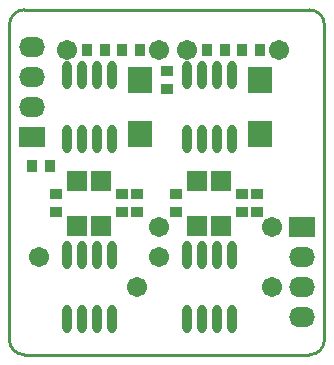
<source format=gts>
G04*
G04 #@! TF.GenerationSoftware,Altium Limited,Altium Designer,22.2.1 (43)*
G04*
G04 Layer_Color=8388736*
%FSLAX44Y44*%
%MOMM*%
G71*
G04*
G04 #@! TF.SameCoordinates,B242430B-52BB-43DD-A0E7-0EA7797FDCDA*
G04*
G04*
G04 #@! TF.FilePolarity,Negative*
G04*
G01*
G75*
%ADD15C,0.2540*%
%ADD21R,1.0922X0.8382*%
%ADD22R,1.7732X1.7582*%
%ADD23R,0.8382X1.0922*%
%ADD24R,2.0032X2.2032*%
%ADD25O,0.8032X2.4032*%
%ADD26O,2.2032X1.7032*%
%ADD27R,2.2032X1.7032*%
%ADD28C,1.7032*%
D15*
X120650Y-146050D02*
G03*
X133350Y-133350I0J12700D01*
G01*
X-133350D02*
G03*
X-120650Y-146050I12700J-0D01*
G01*
X133350Y133350D02*
G03*
X120650Y146050I-12700J0D01*
G01*
X-120650D02*
G03*
X-133350Y133350I0J-12700D01*
G01*
X133350Y-133350D02*
Y0D01*
X0Y-146050D02*
X120650D01*
X-120650D02*
X0D01*
X-133350Y-133350D02*
Y0D01*
X133350D02*
Y133350D01*
X0Y146050D02*
X120650D01*
X-120650D02*
X0D01*
X-133350Y0D02*
Y133350D01*
D21*
X-38100Y-10160D02*
D03*
Y-25400D02*
D03*
X-25400D02*
D03*
Y-10160D02*
D03*
X-93980D02*
D03*
Y-25400D02*
D03*
X76200D02*
D03*
Y-10160D02*
D03*
X63500D02*
D03*
Y-25400D02*
D03*
X0Y78740D02*
D03*
Y93980D02*
D03*
X7620Y-10160D02*
D03*
Y-25400D02*
D03*
D22*
X25400Y1370D02*
D03*
Y-36930D02*
D03*
X45720Y1370D02*
D03*
Y-36930D02*
D03*
X-76200Y1370D02*
D03*
Y-36930D02*
D03*
X-55880Y1370D02*
D03*
Y-36930D02*
D03*
D23*
X-38100Y111760D02*
D03*
X-22860D02*
D03*
X-67310D02*
D03*
X-52070D02*
D03*
X63500D02*
D03*
X78740D02*
D03*
X34290D02*
D03*
X49530D02*
D03*
X-99060Y13970D02*
D03*
X-114300D02*
D03*
D24*
X-22860Y40500D02*
D03*
Y86500D02*
D03*
X78740Y40500D02*
D03*
Y86500D02*
D03*
D25*
X-84918Y36500D02*
D03*
X-72218Y90500D02*
D03*
X-46818D02*
D03*
X-72218Y36500D02*
D03*
X-59518D02*
D03*
X-46818D02*
D03*
X-84918Y90500D02*
D03*
X-59518D02*
D03*
X-84918Y-115900D02*
D03*
X-72218Y-61900D02*
D03*
X-46818D02*
D03*
X-72218Y-115900D02*
D03*
X-59518D02*
D03*
X-46818D02*
D03*
X-84918Y-61900D02*
D03*
X-59518D02*
D03*
X16682Y36500D02*
D03*
X29382Y90500D02*
D03*
X54782D02*
D03*
X29382Y36500D02*
D03*
X42082D02*
D03*
X54782D02*
D03*
X16682Y90500D02*
D03*
X42082D02*
D03*
X16682Y-115900D02*
D03*
X29382Y-61900D02*
D03*
X54782D02*
D03*
X29382Y-115900D02*
D03*
X42082D02*
D03*
X54782D02*
D03*
X16682Y-61900D02*
D03*
X42082D02*
D03*
D26*
X114300Y-114300D02*
D03*
Y-88900D02*
D03*
Y-63500D02*
D03*
X-114300Y114300D02*
D03*
Y88900D02*
D03*
Y63500D02*
D03*
D27*
X114300Y-38100D02*
D03*
X-114300Y38100D02*
D03*
D28*
X95250Y111760D02*
D03*
X16682D02*
D03*
X-6350D02*
D03*
X-107950Y-63500D02*
D03*
X-6350D02*
D03*
Y-38100D02*
D03*
X88900D02*
D03*
X-25400Y-88900D02*
D03*
X88900D02*
D03*
X-84918Y111760D02*
D03*
M02*

</source>
